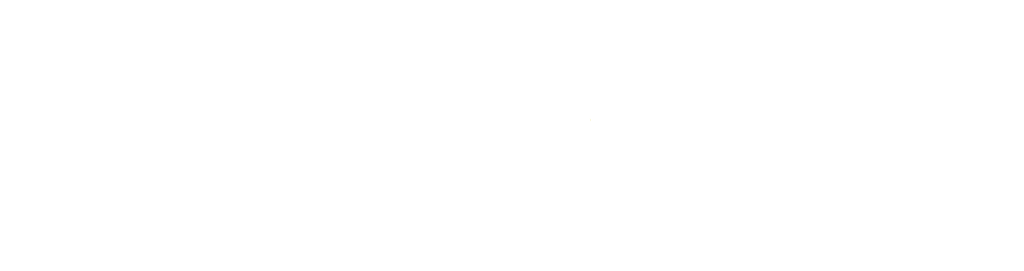
<source format=kicad_pcb>
(kicad_pcb (version 20240108) (generator pcbnew)
  (layers (0 "F.Cu" signal) (31 "B.Cu" signal) (34 "B.Paste" user) (35 "F.Paste" user) (36 "B.SilkS" user "B.Silkscreen") (37 "F.SilkS" user "F.Silkscreen") (38 "B.Mask" user) (39 "F.Mask" user) (44 "Edge.Cuts" user))
  (net 0 "")
  (footprint "MountingHole_5.3mm_M5_ISO14580" (layer "F.Cu") (at 0 0)
    (property "Reference" "REF**")
    (property "Value" "MountingHole_5.3mm_M5_ISO14580")
    (pad "" np_thru_hole circle (at 0 0) (size 5.3 5.3) (drill 5.3) (layers *.Cu *.Mask))
  )
)
</source>
